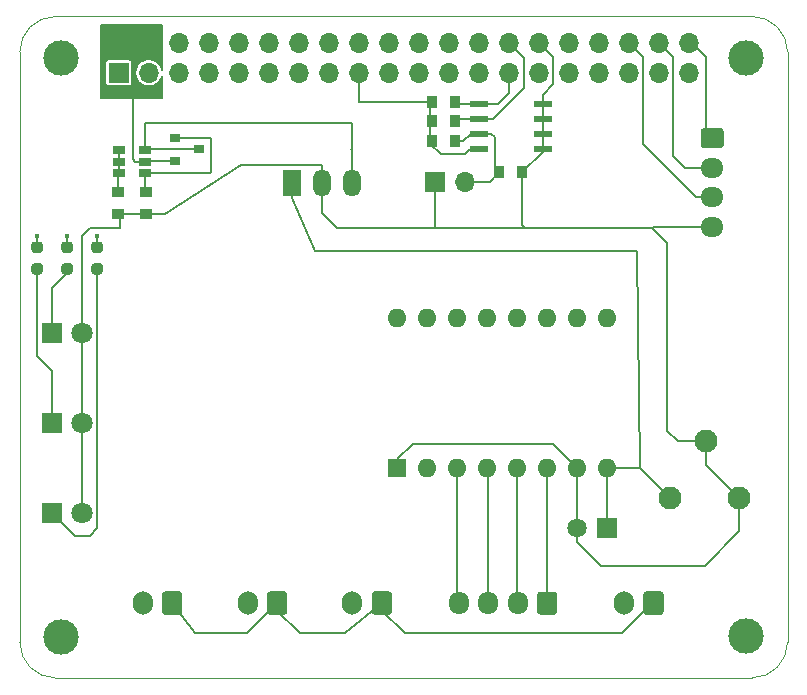
<source format=gbr>
G04 #@! TF.GenerationSoftware,KiCad,Pcbnew,5.1.9*
G04 #@! TF.CreationDate,2021-02-09T20:15:33+01:00*
G04 #@! TF.ProjectId,raspberrypi_hat,72617370-6265-4727-9279-70695f686174,rev?*
G04 #@! TF.SameCoordinates,Original*
G04 #@! TF.FileFunction,Copper,L1,Top*
G04 #@! TF.FilePolarity,Positive*
%FSLAX46Y46*%
G04 Gerber Fmt 4.6, Leading zero omitted, Abs format (unit mm)*
G04 Created by KiCad (PCBNEW 5.1.9) date 2021-02-09 20:15:33*
%MOMM*%
%LPD*%
G01*
G04 APERTURE LIST*
G04 #@! TA.AperFunction,Profile*
%ADD10C,0.100000*%
G04 #@! TD*
G04 #@! TA.AperFunction,ComponentPad*
%ADD11R,1.600000X1.600000*%
G04 #@! TD*
G04 #@! TA.AperFunction,ComponentPad*
%ADD12O,1.600000X1.600000*%
G04 #@! TD*
G04 #@! TA.AperFunction,ComponentPad*
%ADD13C,1.800000*%
G04 #@! TD*
G04 #@! TA.AperFunction,ComponentPad*
%ADD14R,1.800000X1.800000*%
G04 #@! TD*
G04 #@! TA.AperFunction,ComponentPad*
%ADD15O,1.700000X2.000000*%
G04 #@! TD*
G04 #@! TA.AperFunction,ComponentPad*
%ADD16C,1.948180*%
G04 #@! TD*
G04 #@! TA.AperFunction,ComponentPad*
%ADD17R,1.700000X1.700000*%
G04 #@! TD*
G04 #@! TA.AperFunction,ComponentPad*
%ADD18O,1.700000X1.700000*%
G04 #@! TD*
G04 #@! TA.AperFunction,SMDPad,CuDef*
%ADD19R,1.550000X0.600000*%
G04 #@! TD*
G04 #@! TA.AperFunction,SMDPad,CuDef*
%ADD20R,0.845000X1.000000*%
G04 #@! TD*
G04 #@! TA.AperFunction,SMDPad,CuDef*
%ADD21R,0.900000X0.800000*%
G04 #@! TD*
G04 #@! TA.AperFunction,SMDPad,CuDef*
%ADD22R,1.060000X0.650000*%
G04 #@! TD*
G04 #@! TA.AperFunction,SMDPad,CuDef*
%ADD23R,1.000000X0.845000*%
G04 #@! TD*
G04 #@! TA.AperFunction,WasherPad*
%ADD24C,3.000000*%
G04 #@! TD*
G04 #@! TA.AperFunction,ComponentPad*
%ADD25R,1.500000X2.300000*%
G04 #@! TD*
G04 #@! TA.AperFunction,ComponentPad*
%ADD26O,1.500000X2.300000*%
G04 #@! TD*
G04 #@! TA.AperFunction,ComponentPad*
%ADD27R,1.651000X1.651000*%
G04 #@! TD*
G04 #@! TA.AperFunction,ComponentPad*
%ADD28C,1.651000*%
G04 #@! TD*
G04 #@! TA.AperFunction,ComponentPad*
%ADD29O,1.700000X1.950000*%
G04 #@! TD*
G04 #@! TA.AperFunction,ComponentPad*
%ADD30O,1.950000X1.700000*%
G04 #@! TD*
G04 #@! TA.AperFunction,ViaPad*
%ADD31C,0.400000*%
G04 #@! TD*
G04 #@! TA.AperFunction,Conductor*
%ADD32C,0.200000*%
G04 #@! TD*
G04 #@! TA.AperFunction,Conductor*
%ADD33C,0.100000*%
G04 #@! TD*
G04 APERTURE END LIST*
D10*
X78546356Y-63817611D02*
X78546361Y-113812375D01*
X78546356Y-63817611D02*
G75*
G02*
X81546356Y-60817611I3000000J0D01*
G01*
X140546356Y-60817611D02*
X81546356Y-60817611D01*
X140546356Y-60817611D02*
G75*
G02*
X143546356Y-63817611I0J-3000000D01*
G01*
X143546356Y-113817611D02*
X143546356Y-63817611D01*
X81546361Y-116812375D02*
G75*
G02*
X78546361Y-113812375I0J3000000D01*
G01*
X81546361Y-116812375D02*
X140546361Y-116812375D01*
X143546356Y-113817611D02*
G75*
G02*
X140546361Y-116812375I-2999995J5236D01*
G01*
D11*
X110490000Y-99060000D03*
D12*
X128270000Y-86360000D03*
X113030000Y-99060000D03*
X125730000Y-86360000D03*
X115570000Y-99060000D03*
X123190000Y-86360000D03*
X118110000Y-99060000D03*
X120650000Y-86360000D03*
X120650000Y-99060000D03*
X118110000Y-86360000D03*
X123190000Y-99060000D03*
X115570000Y-86360000D03*
X125730000Y-99060000D03*
X113030000Y-86360000D03*
X128270000Y-99060000D03*
X110490000Y-86360000D03*
D13*
X83820000Y-102870000D03*
D14*
X81280000Y-102870000D03*
G04 #@! TA.AperFunction,SMDPad,CuDef*
G36*
G01*
X79772500Y-81705000D02*
X80247500Y-81705000D01*
G75*
G02*
X80485000Y-81942500I0J-237500D01*
G01*
X80485000Y-82442500D01*
G75*
G02*
X80247500Y-82680000I-237500J0D01*
G01*
X79772500Y-82680000D01*
G75*
G02*
X79535000Y-82442500I0J237500D01*
G01*
X79535000Y-81942500D01*
G75*
G02*
X79772500Y-81705000I237500J0D01*
G01*
G37*
G04 #@! TD.AperFunction*
G04 #@! TA.AperFunction,SMDPad,CuDef*
G36*
G01*
X79772500Y-79880000D02*
X80247500Y-79880000D01*
G75*
G02*
X80485000Y-80117500I0J-237500D01*
G01*
X80485000Y-80617500D01*
G75*
G02*
X80247500Y-80855000I-237500J0D01*
G01*
X79772500Y-80855000D01*
G75*
G02*
X79535000Y-80617500I0J237500D01*
G01*
X79535000Y-80117500D01*
G75*
G02*
X79772500Y-79880000I237500J0D01*
G01*
G37*
G04 #@! TD.AperFunction*
G04 #@! TA.AperFunction,SMDPad,CuDef*
G36*
G01*
X84852500Y-81705000D02*
X85327500Y-81705000D01*
G75*
G02*
X85565000Y-81942500I0J-237500D01*
G01*
X85565000Y-82442500D01*
G75*
G02*
X85327500Y-82680000I-237500J0D01*
G01*
X84852500Y-82680000D01*
G75*
G02*
X84615000Y-82442500I0J237500D01*
G01*
X84615000Y-81942500D01*
G75*
G02*
X84852500Y-81705000I237500J0D01*
G01*
G37*
G04 #@! TD.AperFunction*
G04 #@! TA.AperFunction,SMDPad,CuDef*
G36*
G01*
X84852500Y-79880000D02*
X85327500Y-79880000D01*
G75*
G02*
X85565000Y-80117500I0J-237500D01*
G01*
X85565000Y-80617500D01*
G75*
G02*
X85327500Y-80855000I-237500J0D01*
G01*
X84852500Y-80855000D01*
G75*
G02*
X84615000Y-80617500I0J237500D01*
G01*
X84615000Y-80117500D01*
G75*
G02*
X84852500Y-79880000I237500J0D01*
G01*
G37*
G04 #@! TD.AperFunction*
G04 #@! TA.AperFunction,SMDPad,CuDef*
G36*
G01*
X82312500Y-81705000D02*
X82787500Y-81705000D01*
G75*
G02*
X83025000Y-81942500I0J-237500D01*
G01*
X83025000Y-82442500D01*
G75*
G02*
X82787500Y-82680000I-237500J0D01*
G01*
X82312500Y-82680000D01*
G75*
G02*
X82075000Y-82442500I0J237500D01*
G01*
X82075000Y-81942500D01*
G75*
G02*
X82312500Y-81705000I237500J0D01*
G01*
G37*
G04 #@! TD.AperFunction*
G04 #@! TA.AperFunction,SMDPad,CuDef*
G36*
G01*
X82312500Y-79880000D02*
X82787500Y-79880000D01*
G75*
G02*
X83025000Y-80117500I0J-237500D01*
G01*
X83025000Y-80617500D01*
G75*
G02*
X82787500Y-80855000I-237500J0D01*
G01*
X82312500Y-80855000D01*
G75*
G02*
X82075000Y-80617500I0J237500D01*
G01*
X82075000Y-80117500D01*
G75*
G02*
X82312500Y-79880000I237500J0D01*
G01*
G37*
G04 #@! TD.AperFunction*
D15*
X88940000Y-110490000D03*
G04 #@! TA.AperFunction,ComponentPad*
G36*
G01*
X92290000Y-109740000D02*
X92290000Y-111240000D01*
G75*
G02*
X92040000Y-111490000I-250000J0D01*
G01*
X90840000Y-111490000D01*
G75*
G02*
X90590000Y-111240000I0J250000D01*
G01*
X90590000Y-109740000D01*
G75*
G02*
X90840000Y-109490000I250000J0D01*
G01*
X92040000Y-109490000D01*
G75*
G02*
X92290000Y-109740000I0J-250000D01*
G01*
G37*
G04 #@! TD.AperFunction*
D16*
X133621780Y-101600000D03*
X136621520Y-96801940D03*
X139420600Y-101600000D03*
D17*
X86920000Y-65590000D03*
D18*
X86920000Y-63050000D03*
X89460000Y-65590000D03*
X89460000Y-63050000D03*
X92000000Y-65590000D03*
X92000000Y-63050000D03*
X94540000Y-65590000D03*
X94540000Y-63050000D03*
X97080000Y-65590000D03*
X97080000Y-63050000D03*
X99620000Y-65590000D03*
X99620000Y-63050000D03*
X102160000Y-65590000D03*
X102160000Y-63050000D03*
X104700000Y-65590000D03*
X104700000Y-63050000D03*
X107240000Y-65590000D03*
X107240000Y-63050000D03*
X109780000Y-65590000D03*
X109780000Y-63050000D03*
X112320000Y-65590000D03*
X112320000Y-63050000D03*
X114860000Y-65590000D03*
X114860000Y-63050000D03*
X117400000Y-65590000D03*
X117400000Y-63050000D03*
X119940000Y-65590000D03*
X119940000Y-63050000D03*
X122480000Y-65590000D03*
X122480000Y-63050000D03*
X125020000Y-65590000D03*
X125020000Y-63050000D03*
X127560000Y-65590000D03*
X127560000Y-63050000D03*
X130100000Y-65590000D03*
X130100000Y-63050000D03*
X132640000Y-65590000D03*
X132640000Y-63050000D03*
X135180000Y-65590000D03*
X135180000Y-63050000D03*
D19*
X122800000Y-72005000D03*
X122800000Y-70735000D03*
X122800000Y-69465000D03*
X122800000Y-68195000D03*
X117400000Y-68195000D03*
X117400000Y-69465000D03*
X117400000Y-70735000D03*
X117400000Y-72005000D03*
D20*
X115362500Y-69700000D03*
X113437500Y-69700000D03*
D17*
X113700000Y-74800000D03*
D18*
X116240000Y-74800000D03*
D21*
X91694000Y-71120000D03*
X91694000Y-73020000D03*
X93694000Y-72070000D03*
D22*
X86950000Y-72150000D03*
X86950000Y-73100000D03*
X86950000Y-74050000D03*
X89150000Y-74050000D03*
X89150000Y-72150000D03*
X89150000Y-73100000D03*
D20*
X113437500Y-71400000D03*
X115362500Y-71400000D03*
D23*
X89200000Y-77562500D03*
X89200000Y-75637500D03*
X86900000Y-75637500D03*
X86900000Y-77562500D03*
D20*
X121062500Y-74000000D03*
X119137500Y-74000000D03*
X113437500Y-68100000D03*
X115362500Y-68100000D03*
D24*
X82040000Y-64310000D03*
X140040000Y-64330000D03*
X82040000Y-113320000D03*
X140030000Y-113310000D03*
D25*
X101600000Y-74930000D03*
D26*
X104140000Y-74930000D03*
X106680000Y-74930000D03*
D27*
X128270000Y-104140000D03*
D28*
X125730000Y-104140000D03*
D14*
X81280000Y-87630000D03*
D13*
X83820000Y-87630000D03*
D14*
X81280000Y-95250000D03*
D13*
X83820000Y-95250000D03*
D29*
X115690000Y-110490000D03*
X118190000Y-110490000D03*
X120690000Y-110490000D03*
G04 #@! TA.AperFunction,ComponentPad*
G36*
G01*
X124040000Y-109765000D02*
X124040000Y-111215000D01*
G75*
G02*
X123790000Y-111465000I-250000J0D01*
G01*
X122590000Y-111465000D01*
G75*
G02*
X122340000Y-111215000I0J250000D01*
G01*
X122340000Y-109765000D01*
G75*
G02*
X122590000Y-109515000I250000J0D01*
G01*
X123790000Y-109515000D01*
G75*
G02*
X124040000Y-109765000I0J-250000D01*
G01*
G37*
G04 #@! TD.AperFunction*
G04 #@! TA.AperFunction,ComponentPad*
G36*
G01*
X136435000Y-70270000D02*
X137885000Y-70270000D01*
G75*
G02*
X138135000Y-70520000I0J-250000D01*
G01*
X138135000Y-71720000D01*
G75*
G02*
X137885000Y-71970000I-250000J0D01*
G01*
X136435000Y-71970000D01*
G75*
G02*
X136185000Y-71720000I0J250000D01*
G01*
X136185000Y-70520000D01*
G75*
G02*
X136435000Y-70270000I250000J0D01*
G01*
G37*
G04 #@! TD.AperFunction*
D30*
X137160000Y-73620000D03*
X137160000Y-76120000D03*
X137160000Y-78620000D03*
G04 #@! TA.AperFunction,ComponentPad*
G36*
G01*
X101180000Y-109740000D02*
X101180000Y-111240000D01*
G75*
G02*
X100930000Y-111490000I-250000J0D01*
G01*
X99730000Y-111490000D01*
G75*
G02*
X99480000Y-111240000I0J250000D01*
G01*
X99480000Y-109740000D01*
G75*
G02*
X99730000Y-109490000I250000J0D01*
G01*
X100930000Y-109490000D01*
G75*
G02*
X101180000Y-109740000I0J-250000D01*
G01*
G37*
G04 #@! TD.AperFunction*
D15*
X97830000Y-110490000D03*
X129700000Y-110500000D03*
G04 #@! TA.AperFunction,ComponentPad*
G36*
G01*
X133050000Y-109750000D02*
X133050000Y-111250000D01*
G75*
G02*
X132800000Y-111500000I-250000J0D01*
G01*
X131600000Y-111500000D01*
G75*
G02*
X131350000Y-111250000I0J250000D01*
G01*
X131350000Y-109750000D01*
G75*
G02*
X131600000Y-109500000I250000J0D01*
G01*
X132800000Y-109500000D01*
G75*
G02*
X133050000Y-109750000I0J-250000D01*
G01*
G37*
G04 #@! TD.AperFunction*
G04 #@! TA.AperFunction,ComponentPad*
G36*
G01*
X110050000Y-109740000D02*
X110050000Y-111240000D01*
G75*
G02*
X109800000Y-111490000I-250000J0D01*
G01*
X108600000Y-111490000D01*
G75*
G02*
X108350000Y-111240000I0J250000D01*
G01*
X108350000Y-109740000D01*
G75*
G02*
X108600000Y-109490000I250000J0D01*
G01*
X109800000Y-109490000D01*
G75*
G02*
X110050000Y-109740000I0J-250000D01*
G01*
G37*
G04 #@! TD.AperFunction*
X106700000Y-110490000D03*
D31*
X82550000Y-79375000D03*
X85090000Y-79375000D03*
X80010000Y-79375000D03*
D32*
X83820000Y-87630000D02*
X83820000Y-95250000D01*
X83820000Y-95250000D02*
X83820000Y-102870000D01*
X83820000Y-88265000D02*
X83820000Y-79375000D01*
X83820000Y-79375000D02*
X84455000Y-78740000D01*
X84455000Y-78740000D02*
X85090000Y-78740000D01*
X86995000Y-77657500D02*
X86900000Y-77562500D01*
X86995000Y-78740000D02*
X86995000Y-77657500D01*
X125730000Y-104140000D02*
X125730000Y-99060000D01*
X136621520Y-98800920D02*
X139420600Y-101600000D01*
X136621520Y-96801940D02*
X136621520Y-98800920D01*
X139420600Y-101600000D02*
X139420600Y-104419400D01*
X139420600Y-104419400D02*
X136525000Y-107315000D01*
X125730000Y-105307433D02*
X125730000Y-104140000D01*
X127737567Y-107315000D02*
X125730000Y-105307433D01*
X136525000Y-107315000D02*
X127737567Y-107315000D01*
X105410000Y-78740000D02*
X104140000Y-77470000D01*
X104140000Y-77470000D02*
X104140000Y-74930000D01*
X133350000Y-80010000D02*
X132080000Y-78740000D01*
X133350000Y-95885000D02*
X133350000Y-80010000D01*
X134266940Y-96801940D02*
X133350000Y-95885000D01*
X136621520Y-96801940D02*
X134266940Y-96801940D01*
X132200000Y-78620000D02*
X132080000Y-78740000D01*
X137160000Y-78620000D02*
X132200000Y-78620000D01*
X113700000Y-78705000D02*
X113665000Y-78740000D01*
X113700000Y-74100000D02*
X113700000Y-78705000D01*
X113665000Y-78740000D02*
X105410000Y-78740000D01*
X85090000Y-78740000D02*
X86995000Y-78740000D01*
X89200000Y-77562500D02*
X86900000Y-77562500D01*
X90839500Y-77562500D02*
X89200000Y-77562500D01*
X97282000Y-73406000D02*
X90839500Y-77562500D01*
X104140000Y-73406000D02*
X97282000Y-73406000D01*
X104140000Y-74930000D02*
X104140000Y-73406000D01*
X122800000Y-68195000D02*
X122800000Y-69465000D01*
X122800000Y-70735000D02*
X122800000Y-72005000D01*
X122800000Y-72262500D02*
X121062500Y-74000000D01*
X122800000Y-72005000D02*
X122800000Y-72262500D01*
X122480000Y-63050000D02*
X122486000Y-63050000D01*
X122486000Y-63050000D02*
X123698000Y-64262000D01*
X123698000Y-64262000D02*
X123698000Y-66548000D01*
X122800000Y-67446000D02*
X122800000Y-68195000D01*
X123698000Y-66548000D02*
X122800000Y-67446000D01*
X121062500Y-78462500D02*
X121340000Y-78740000D01*
X121340000Y-78740000D02*
X113665000Y-78740000D01*
X132080000Y-78740000D02*
X121340000Y-78740000D01*
X110490000Y-99060000D02*
X110490000Y-98310000D01*
X110490000Y-98310000D02*
X111800000Y-97000000D01*
X123670000Y-97000000D02*
X125730000Y-99060000D01*
X111800000Y-97000000D02*
X123670000Y-97000000D01*
X122800000Y-69465000D02*
X122800000Y-70735000D01*
X121062500Y-74000000D02*
X121062500Y-78462500D01*
X115695000Y-68295000D02*
X115500000Y-68100000D01*
X115457500Y-68195000D02*
X115362500Y-68100000D01*
X117400000Y-68195000D02*
X115457500Y-68195000D01*
X119940000Y-65590000D02*
X119940000Y-67283400D01*
X119028400Y-68195000D02*
X117400000Y-68195000D01*
X119940000Y-67283400D02*
X119028400Y-68195000D01*
X115635000Y-69565000D02*
X115500000Y-69700000D01*
X115597500Y-69465000D02*
X115362500Y-69700000D01*
X117400000Y-69465000D02*
X115597500Y-69465000D01*
X121218960Y-64328960D02*
X121218960Y-66860420D01*
X118614380Y-69465000D02*
X117400000Y-69465000D01*
X121218960Y-66860420D02*
X118614380Y-69465000D01*
X121218960Y-64328960D02*
X119940000Y-63050000D01*
X89150000Y-75450000D02*
X89200000Y-75500000D01*
X89032000Y-74168000D02*
X89150000Y-74050000D01*
X89150000Y-75587500D02*
X89200000Y-75637500D01*
X89150000Y-74050000D02*
X89150000Y-75587500D01*
X91694000Y-71120000D02*
X94742000Y-71120000D01*
X94742000Y-71120000D02*
X94742000Y-73992768D01*
X94684768Y-74050000D02*
X89150000Y-74050000D01*
X94742000Y-73992768D02*
X94684768Y-74050000D01*
X86950000Y-72150000D02*
X86950000Y-73100000D01*
X86950000Y-73100000D02*
X86950000Y-74050000D01*
X86950000Y-74050000D02*
X86900000Y-74100000D01*
X86900000Y-74100000D02*
X86900000Y-75500000D01*
X89230000Y-73020000D02*
X89150000Y-73100000D01*
X91694000Y-73020000D02*
X89230000Y-73020000D01*
X89150000Y-73100000D02*
X88340000Y-73100000D01*
X88340000Y-73100000D02*
X88119999Y-72879999D01*
X88119999Y-72879999D02*
X88119999Y-67582001D01*
X117400000Y-72005000D02*
X116695000Y-72005000D01*
X116695000Y-72005000D02*
X116200000Y-72500000D01*
X116200000Y-72500000D02*
X114200000Y-72500000D01*
X114200000Y-72500000D02*
X113300000Y-71600000D01*
X113300000Y-71600000D02*
X113300000Y-71400000D01*
X113300000Y-68100000D02*
X113300000Y-69700000D01*
X113300000Y-69700000D02*
X113300000Y-71400000D01*
X97790000Y-113030000D02*
X100330000Y-110490000D01*
X93345000Y-113030000D02*
X97790000Y-113030000D01*
X91440000Y-110490000D02*
X93345000Y-113030000D01*
X106045000Y-113030000D02*
X109220000Y-110490000D01*
X102235000Y-113030000D02*
X106045000Y-113030000D01*
X100330000Y-111125000D02*
X102235000Y-113030000D01*
X100330000Y-110490000D02*
X100330000Y-111125000D01*
X129540000Y-113030000D02*
X132080000Y-110490000D01*
X111125000Y-113030000D02*
X129540000Y-113030000D01*
X109220000Y-111125000D02*
X111125000Y-113030000D01*
X109220000Y-110490000D02*
X109220000Y-111125000D01*
X107240000Y-65590000D02*
X107240000Y-68020000D01*
X107320000Y-68100000D02*
X113437500Y-68100000D01*
X107240000Y-68020000D02*
X107320000Y-68100000D01*
X89150000Y-72150000D02*
X89350000Y-72150000D01*
X93614000Y-72150000D02*
X93694000Y-72070000D01*
X106614000Y-72070000D02*
X106680000Y-72136000D01*
X89150000Y-72150000D02*
X89150000Y-69854000D01*
X89150000Y-69854000D02*
X89154000Y-69850000D01*
X89154000Y-69850000D02*
X106680000Y-69850000D01*
X106680000Y-69850000D02*
X106680000Y-73660000D01*
X106680000Y-73660000D02*
X106680000Y-74930000D01*
X106680000Y-72136000D02*
X106680000Y-73660000D01*
X89230000Y-72070000D02*
X89150000Y-72150000D01*
X93694000Y-72070000D02*
X89230000Y-72070000D01*
X118750000Y-74000000D02*
X118750000Y-71050000D01*
X118435000Y-70735000D02*
X117400000Y-70735000D01*
X118750000Y-71050000D02*
X118435000Y-70735000D01*
X117400000Y-70735000D02*
X116765000Y-70735000D01*
X116765000Y-70735000D02*
X116100000Y-71400000D01*
X116100000Y-71400000D02*
X115500000Y-71400000D01*
X115500000Y-71400000D02*
X115800000Y-71400000D01*
X118337500Y-74800000D02*
X119137500Y-74000000D01*
X116240000Y-74800000D02*
X118337500Y-74800000D01*
X115570000Y-110370000D02*
X115690000Y-110490000D01*
X115570000Y-99060000D02*
X115570000Y-110370000D01*
X118190000Y-99140000D02*
X118110000Y-99060000D01*
X118190000Y-110490000D02*
X118190000Y-99140000D01*
X120650000Y-110450000D02*
X120690000Y-110490000D01*
X120650000Y-99060000D02*
X120650000Y-110450000D01*
X123190000Y-110490000D02*
X123190000Y-99060000D01*
X128270000Y-99060000D02*
X128270000Y-104140000D01*
X131081780Y-99060000D02*
X133621780Y-101600000D01*
X101600000Y-76200000D02*
X101600000Y-74930000D01*
X103505000Y-80645000D02*
X101600000Y-76200000D01*
X130810000Y-80645000D02*
X103505000Y-80645000D01*
X131081780Y-99060000D02*
X130810000Y-80645000D01*
X128270000Y-99060000D02*
X131081780Y-99060000D01*
X82550000Y-82192500D02*
X82550000Y-82550000D01*
X81280000Y-83820000D02*
X81280000Y-87630000D01*
X82550000Y-82550000D02*
X81280000Y-83820000D01*
X85090000Y-82192500D02*
X85090000Y-85090000D01*
X85090000Y-85090000D02*
X85090000Y-86360000D01*
X85090000Y-104140000D02*
X85090000Y-85090000D01*
X84455000Y-104775000D02*
X85090000Y-104140000D01*
X83185000Y-104775000D02*
X81280000Y-102870000D01*
X84455000Y-104775000D02*
X83185000Y-104775000D01*
X80010000Y-82192500D02*
X80010000Y-85090000D01*
X81280000Y-90805000D02*
X81280000Y-95250000D01*
X80010000Y-85090000D02*
X80010000Y-89535000D01*
X80010000Y-89535000D02*
X81280000Y-90805000D01*
X82550000Y-79375000D02*
X82550000Y-80367500D01*
X85090000Y-79375000D02*
X85090000Y-80367500D01*
X80010000Y-79375000D02*
X80010000Y-80367500D01*
X135180000Y-63050000D02*
X135440000Y-63050000D01*
X135440000Y-63050000D02*
X136652000Y-64262000D01*
X136652000Y-70612000D02*
X137160000Y-71120000D01*
X136652000Y-64262000D02*
X136652000Y-70612000D01*
X137160000Y-73620000D02*
X134834000Y-73620000D01*
X134834000Y-73620000D02*
X133858000Y-72644000D01*
X133858000Y-64268000D02*
X132640000Y-63050000D01*
X133858000Y-72644000D02*
X133858000Y-64268000D01*
X137160000Y-76120000D02*
X135810000Y-76120000D01*
X135810000Y-76120000D02*
X131318000Y-71628000D01*
X131318000Y-64268000D02*
X130100000Y-63050000D01*
X131318000Y-71628000D02*
X131318000Y-64268000D01*
X90578000Y-65315860D02*
X90565806Y-65254557D01*
X90479116Y-65045271D01*
X90353263Y-64856918D01*
X90193082Y-64696737D01*
X90004729Y-64570884D01*
X89795443Y-64484194D01*
X89573265Y-64440000D01*
X89346735Y-64440000D01*
X89124557Y-64484194D01*
X88915271Y-64570884D01*
X88726918Y-64696737D01*
X88566737Y-64856918D01*
X88440884Y-65045271D01*
X88354194Y-65254557D01*
X88310000Y-65476735D01*
X88310000Y-65703265D01*
X88354194Y-65925443D01*
X88440884Y-66134729D01*
X88566737Y-66323082D01*
X88726918Y-66483263D01*
X88915271Y-66609116D01*
X89124557Y-66695806D01*
X89346735Y-66740000D01*
X89573265Y-66740000D01*
X89795443Y-66695806D01*
X90004729Y-66609116D01*
X90193082Y-66483263D01*
X90353263Y-66323082D01*
X90479116Y-66134729D01*
X90565806Y-65925443D01*
X90578000Y-65864140D01*
X90578000Y-67718000D01*
X85444000Y-67718000D01*
X85444000Y-64740000D01*
X85768549Y-64740000D01*
X85768549Y-66440000D01*
X85774341Y-66498810D01*
X85791496Y-66555360D01*
X85819353Y-66607477D01*
X85856842Y-66653158D01*
X85902523Y-66690647D01*
X85954640Y-66718504D01*
X86011190Y-66735659D01*
X86070000Y-66741451D01*
X87770000Y-66741451D01*
X87828810Y-66735659D01*
X87885360Y-66718504D01*
X87937477Y-66690647D01*
X87983158Y-66653158D01*
X88020647Y-66607477D01*
X88048504Y-66555360D01*
X88065659Y-66498810D01*
X88071451Y-66440000D01*
X88071451Y-64740000D01*
X88065659Y-64681190D01*
X88048504Y-64624640D01*
X88020647Y-64572523D01*
X87983158Y-64526842D01*
X87937477Y-64489353D01*
X87885360Y-64461496D01*
X87828810Y-64444341D01*
X87770000Y-64438549D01*
X86070000Y-64438549D01*
X86011190Y-64444341D01*
X85954640Y-64461496D01*
X85902523Y-64489353D01*
X85856842Y-64526842D01*
X85819353Y-64572523D01*
X85791496Y-64624640D01*
X85774341Y-64681190D01*
X85768549Y-64740000D01*
X85444000Y-64740000D01*
X85444000Y-61568000D01*
X90578000Y-61568000D01*
X90578000Y-65315860D01*
G04 #@! TA.AperFunction,Conductor*
D33*
G36*
X90578000Y-65315860D02*
G01*
X90565806Y-65254557D01*
X90479116Y-65045271D01*
X90353263Y-64856918D01*
X90193082Y-64696737D01*
X90004729Y-64570884D01*
X89795443Y-64484194D01*
X89573265Y-64440000D01*
X89346735Y-64440000D01*
X89124557Y-64484194D01*
X88915271Y-64570884D01*
X88726918Y-64696737D01*
X88566737Y-64856918D01*
X88440884Y-65045271D01*
X88354194Y-65254557D01*
X88310000Y-65476735D01*
X88310000Y-65703265D01*
X88354194Y-65925443D01*
X88440884Y-66134729D01*
X88566737Y-66323082D01*
X88726918Y-66483263D01*
X88915271Y-66609116D01*
X89124557Y-66695806D01*
X89346735Y-66740000D01*
X89573265Y-66740000D01*
X89795443Y-66695806D01*
X90004729Y-66609116D01*
X90193082Y-66483263D01*
X90353263Y-66323082D01*
X90479116Y-66134729D01*
X90565806Y-65925443D01*
X90578000Y-65864140D01*
X90578000Y-67718000D01*
X85444000Y-67718000D01*
X85444000Y-64740000D01*
X85768549Y-64740000D01*
X85768549Y-66440000D01*
X85774341Y-66498810D01*
X85791496Y-66555360D01*
X85819353Y-66607477D01*
X85856842Y-66653158D01*
X85902523Y-66690647D01*
X85954640Y-66718504D01*
X86011190Y-66735659D01*
X86070000Y-66741451D01*
X87770000Y-66741451D01*
X87828810Y-66735659D01*
X87885360Y-66718504D01*
X87937477Y-66690647D01*
X87983158Y-66653158D01*
X88020647Y-66607477D01*
X88048504Y-66555360D01*
X88065659Y-66498810D01*
X88071451Y-66440000D01*
X88071451Y-64740000D01*
X88065659Y-64681190D01*
X88048504Y-64624640D01*
X88020647Y-64572523D01*
X87983158Y-64526842D01*
X87937477Y-64489353D01*
X87885360Y-64461496D01*
X87828810Y-64444341D01*
X87770000Y-64438549D01*
X86070000Y-64438549D01*
X86011190Y-64444341D01*
X85954640Y-64461496D01*
X85902523Y-64489353D01*
X85856842Y-64526842D01*
X85819353Y-64572523D01*
X85791496Y-64624640D01*
X85774341Y-64681190D01*
X85768549Y-64740000D01*
X85444000Y-64740000D01*
X85444000Y-61568000D01*
X90578000Y-61568000D01*
X90578000Y-65315860D01*
G37*
G04 #@! TD.AperFunction*
M02*

</source>
